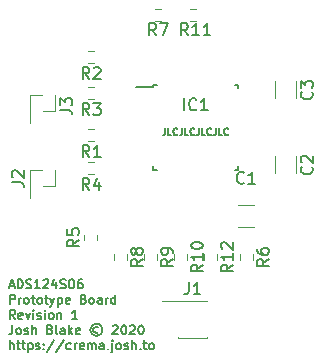
<source format=gbr>
%TF.GenerationSoftware,KiCad,Pcbnew,(5.1.7-0-10_14)*%
%TF.CreationDate,2020-11-25T20:53:36+11:00*%
%TF.ProjectId,CREMAv2,4352454d-4176-4322-9e6b-696361645f70,rev?*%
%TF.SameCoordinates,Original*%
%TF.FileFunction,Legend,Top*%
%TF.FilePolarity,Positive*%
%FSLAX46Y46*%
G04 Gerber Fmt 4.6, Leading zero omitted, Abs format (unit mm)*
G04 Created by KiCad (PCBNEW (5.1.7-0-10_14)) date 2020-11-25 20:53:36*
%MOMM*%
%LPD*%
G01*
G04 APERTURE LIST*
%ADD10C,0.127000*%
%ADD11C,0.150000*%
%ADD12C,0.120000*%
%ADD13R,0.600000X1.750000*%
%ADD14R,2.000000X0.500000*%
%ADD15R,0.550000X1.600000*%
%ADD16R,1.600000X0.550000*%
G04 APERTURE END LIST*
D10*
X124418876Y-80719990D02*
X124418876Y-81119133D01*
X124392266Y-81198961D01*
X124339047Y-81252180D01*
X124259219Y-81278790D01*
X124206000Y-81278790D01*
X124951066Y-81278790D02*
X124684971Y-81278790D01*
X124684971Y-80719990D01*
X125456647Y-81225571D02*
X125430038Y-81252180D01*
X125350209Y-81278790D01*
X125296990Y-81278790D01*
X125217161Y-81252180D01*
X125163942Y-81198961D01*
X125137333Y-81145742D01*
X125110723Y-81039304D01*
X125110723Y-80959476D01*
X125137333Y-80853038D01*
X125163942Y-80799819D01*
X125217161Y-80746600D01*
X125296990Y-80719990D01*
X125350209Y-80719990D01*
X125430038Y-80746600D01*
X125456647Y-80773209D01*
X125855790Y-80719990D02*
X125855790Y-81119133D01*
X125829180Y-81198961D01*
X125775961Y-81252180D01*
X125696133Y-81278790D01*
X125642914Y-81278790D01*
X126387980Y-81278790D02*
X126121885Y-81278790D01*
X126121885Y-80719990D01*
X126893561Y-81225571D02*
X126866952Y-81252180D01*
X126787123Y-81278790D01*
X126733904Y-81278790D01*
X126654076Y-81252180D01*
X126600857Y-81198961D01*
X126574247Y-81145742D01*
X126547638Y-81039304D01*
X126547638Y-80959476D01*
X126574247Y-80853038D01*
X126600857Y-80799819D01*
X126654076Y-80746600D01*
X126733904Y-80719990D01*
X126787123Y-80719990D01*
X126866952Y-80746600D01*
X126893561Y-80773209D01*
X127292704Y-80719990D02*
X127292704Y-81119133D01*
X127266095Y-81198961D01*
X127212876Y-81252180D01*
X127133047Y-81278790D01*
X127079828Y-81278790D01*
X127824895Y-81278790D02*
X127558800Y-81278790D01*
X127558800Y-80719990D01*
X128330476Y-81225571D02*
X128303866Y-81252180D01*
X128224038Y-81278790D01*
X128170819Y-81278790D01*
X128090990Y-81252180D01*
X128037771Y-81198961D01*
X128011161Y-81145742D01*
X127984552Y-81039304D01*
X127984552Y-80959476D01*
X128011161Y-80853038D01*
X128037771Y-80799819D01*
X128090990Y-80746600D01*
X128170819Y-80719990D01*
X128224038Y-80719990D01*
X128303866Y-80746600D01*
X128330476Y-80773209D01*
X128729619Y-80719990D02*
X128729619Y-81119133D01*
X128703009Y-81198961D01*
X128649790Y-81252180D01*
X128569961Y-81278790D01*
X128516742Y-81278790D01*
X129261809Y-81278790D02*
X128995714Y-81278790D01*
X128995714Y-80719990D01*
X129767390Y-81225571D02*
X129740780Y-81252180D01*
X129660952Y-81278790D01*
X129607733Y-81278790D01*
X129527904Y-81252180D01*
X129474685Y-81198961D01*
X129448076Y-81145742D01*
X129421466Y-81039304D01*
X129421466Y-80959476D01*
X129448076Y-80853038D01*
X129474685Y-80799819D01*
X129527904Y-80746600D01*
X129607733Y-80719990D01*
X129660952Y-80719990D01*
X129740780Y-80746600D01*
X129767390Y-80773209D01*
D11*
X111240642Y-94061000D02*
X111603500Y-94061000D01*
X111168071Y-94278714D02*
X111422071Y-93516714D01*
X111676071Y-94278714D01*
X111930071Y-94278714D02*
X111930071Y-93516714D01*
X112111500Y-93516714D01*
X112220357Y-93553000D01*
X112292928Y-93625571D01*
X112329214Y-93698142D01*
X112365500Y-93843285D01*
X112365500Y-93952142D01*
X112329214Y-94097285D01*
X112292928Y-94169857D01*
X112220357Y-94242428D01*
X112111500Y-94278714D01*
X111930071Y-94278714D01*
X112655785Y-94242428D02*
X112764642Y-94278714D01*
X112946071Y-94278714D01*
X113018642Y-94242428D01*
X113054928Y-94206142D01*
X113091214Y-94133571D01*
X113091214Y-94061000D01*
X113054928Y-93988428D01*
X113018642Y-93952142D01*
X112946071Y-93915857D01*
X112800928Y-93879571D01*
X112728357Y-93843285D01*
X112692071Y-93807000D01*
X112655785Y-93734428D01*
X112655785Y-93661857D01*
X112692071Y-93589285D01*
X112728357Y-93553000D01*
X112800928Y-93516714D01*
X112982357Y-93516714D01*
X113091214Y-93553000D01*
X113816928Y-94278714D02*
X113381500Y-94278714D01*
X113599214Y-94278714D02*
X113599214Y-93516714D01*
X113526642Y-93625571D01*
X113454071Y-93698142D01*
X113381500Y-93734428D01*
X114107214Y-93589285D02*
X114143500Y-93553000D01*
X114216071Y-93516714D01*
X114397500Y-93516714D01*
X114470071Y-93553000D01*
X114506357Y-93589285D01*
X114542642Y-93661857D01*
X114542642Y-93734428D01*
X114506357Y-93843285D01*
X114070928Y-94278714D01*
X114542642Y-94278714D01*
X115195785Y-93770714D02*
X115195785Y-94278714D01*
X115014357Y-93480428D02*
X114832928Y-94024714D01*
X115304642Y-94024714D01*
X115558642Y-94242428D02*
X115667500Y-94278714D01*
X115848928Y-94278714D01*
X115921500Y-94242428D01*
X115957785Y-94206142D01*
X115994071Y-94133571D01*
X115994071Y-94061000D01*
X115957785Y-93988428D01*
X115921500Y-93952142D01*
X115848928Y-93915857D01*
X115703785Y-93879571D01*
X115631214Y-93843285D01*
X115594928Y-93807000D01*
X115558642Y-93734428D01*
X115558642Y-93661857D01*
X115594928Y-93589285D01*
X115631214Y-93553000D01*
X115703785Y-93516714D01*
X115885214Y-93516714D01*
X115994071Y-93553000D01*
X116465785Y-93516714D02*
X116538357Y-93516714D01*
X116610928Y-93553000D01*
X116647214Y-93589285D01*
X116683500Y-93661857D01*
X116719785Y-93807000D01*
X116719785Y-93988428D01*
X116683500Y-94133571D01*
X116647214Y-94206142D01*
X116610928Y-94242428D01*
X116538357Y-94278714D01*
X116465785Y-94278714D01*
X116393214Y-94242428D01*
X116356928Y-94206142D01*
X116320642Y-94133571D01*
X116284357Y-93988428D01*
X116284357Y-93807000D01*
X116320642Y-93661857D01*
X116356928Y-93589285D01*
X116393214Y-93553000D01*
X116465785Y-93516714D01*
X117372928Y-93516714D02*
X117227785Y-93516714D01*
X117155214Y-93553000D01*
X117118928Y-93589285D01*
X117046357Y-93698142D01*
X117010071Y-93843285D01*
X117010071Y-94133571D01*
X117046357Y-94206142D01*
X117082642Y-94242428D01*
X117155214Y-94278714D01*
X117300357Y-94278714D01*
X117372928Y-94242428D01*
X117409214Y-94206142D01*
X117445500Y-94133571D01*
X117445500Y-93952142D01*
X117409214Y-93879571D01*
X117372928Y-93843285D01*
X117300357Y-93807000D01*
X117155214Y-93807000D01*
X117082642Y-93843285D01*
X117046357Y-93879571D01*
X117010071Y-93952142D01*
X111276928Y-95571714D02*
X111276928Y-94809714D01*
X111567214Y-94809714D01*
X111639785Y-94846000D01*
X111676071Y-94882285D01*
X111712357Y-94954857D01*
X111712357Y-95063714D01*
X111676071Y-95136285D01*
X111639785Y-95172571D01*
X111567214Y-95208857D01*
X111276928Y-95208857D01*
X112038928Y-95571714D02*
X112038928Y-95063714D01*
X112038928Y-95208857D02*
X112075214Y-95136285D01*
X112111500Y-95100000D01*
X112184071Y-95063714D01*
X112256642Y-95063714D01*
X112619500Y-95571714D02*
X112546928Y-95535428D01*
X112510642Y-95499142D01*
X112474357Y-95426571D01*
X112474357Y-95208857D01*
X112510642Y-95136285D01*
X112546928Y-95100000D01*
X112619500Y-95063714D01*
X112728357Y-95063714D01*
X112800928Y-95100000D01*
X112837214Y-95136285D01*
X112873500Y-95208857D01*
X112873500Y-95426571D01*
X112837214Y-95499142D01*
X112800928Y-95535428D01*
X112728357Y-95571714D01*
X112619500Y-95571714D01*
X113091214Y-95063714D02*
X113381500Y-95063714D01*
X113200071Y-94809714D02*
X113200071Y-95462857D01*
X113236357Y-95535428D01*
X113308928Y-95571714D01*
X113381500Y-95571714D01*
X113744357Y-95571714D02*
X113671785Y-95535428D01*
X113635500Y-95499142D01*
X113599214Y-95426571D01*
X113599214Y-95208857D01*
X113635500Y-95136285D01*
X113671785Y-95100000D01*
X113744357Y-95063714D01*
X113853214Y-95063714D01*
X113925785Y-95100000D01*
X113962071Y-95136285D01*
X113998357Y-95208857D01*
X113998357Y-95426571D01*
X113962071Y-95499142D01*
X113925785Y-95535428D01*
X113853214Y-95571714D01*
X113744357Y-95571714D01*
X114216071Y-95063714D02*
X114506357Y-95063714D01*
X114324928Y-94809714D02*
X114324928Y-95462857D01*
X114361214Y-95535428D01*
X114433785Y-95571714D01*
X114506357Y-95571714D01*
X114687785Y-95063714D02*
X114869214Y-95571714D01*
X115050642Y-95063714D02*
X114869214Y-95571714D01*
X114796642Y-95753142D01*
X114760357Y-95789428D01*
X114687785Y-95825714D01*
X115340928Y-95063714D02*
X115340928Y-95825714D01*
X115340928Y-95100000D02*
X115413500Y-95063714D01*
X115558642Y-95063714D01*
X115631214Y-95100000D01*
X115667500Y-95136285D01*
X115703785Y-95208857D01*
X115703785Y-95426571D01*
X115667500Y-95499142D01*
X115631214Y-95535428D01*
X115558642Y-95571714D01*
X115413500Y-95571714D01*
X115340928Y-95535428D01*
X116320642Y-95535428D02*
X116248071Y-95571714D01*
X116102928Y-95571714D01*
X116030357Y-95535428D01*
X115994071Y-95462857D01*
X115994071Y-95172571D01*
X116030357Y-95100000D01*
X116102928Y-95063714D01*
X116248071Y-95063714D01*
X116320642Y-95100000D01*
X116356928Y-95172571D01*
X116356928Y-95245142D01*
X115994071Y-95317714D01*
X117518071Y-95172571D02*
X117626928Y-95208857D01*
X117663214Y-95245142D01*
X117699500Y-95317714D01*
X117699500Y-95426571D01*
X117663214Y-95499142D01*
X117626928Y-95535428D01*
X117554357Y-95571714D01*
X117264071Y-95571714D01*
X117264071Y-94809714D01*
X117518071Y-94809714D01*
X117590642Y-94846000D01*
X117626928Y-94882285D01*
X117663214Y-94954857D01*
X117663214Y-95027428D01*
X117626928Y-95100000D01*
X117590642Y-95136285D01*
X117518071Y-95172571D01*
X117264071Y-95172571D01*
X118134928Y-95571714D02*
X118062357Y-95535428D01*
X118026071Y-95499142D01*
X117989785Y-95426571D01*
X117989785Y-95208857D01*
X118026071Y-95136285D01*
X118062357Y-95100000D01*
X118134928Y-95063714D01*
X118243785Y-95063714D01*
X118316357Y-95100000D01*
X118352642Y-95136285D01*
X118388928Y-95208857D01*
X118388928Y-95426571D01*
X118352642Y-95499142D01*
X118316357Y-95535428D01*
X118243785Y-95571714D01*
X118134928Y-95571714D01*
X119042071Y-95571714D02*
X119042071Y-95172571D01*
X119005785Y-95100000D01*
X118933214Y-95063714D01*
X118788071Y-95063714D01*
X118715500Y-95100000D01*
X119042071Y-95535428D02*
X118969500Y-95571714D01*
X118788071Y-95571714D01*
X118715500Y-95535428D01*
X118679214Y-95462857D01*
X118679214Y-95390285D01*
X118715500Y-95317714D01*
X118788071Y-95281428D01*
X118969500Y-95281428D01*
X119042071Y-95245142D01*
X119404928Y-95571714D02*
X119404928Y-95063714D01*
X119404928Y-95208857D02*
X119441214Y-95136285D01*
X119477500Y-95100000D01*
X119550071Y-95063714D01*
X119622642Y-95063714D01*
X120203214Y-95571714D02*
X120203214Y-94809714D01*
X120203214Y-95535428D02*
X120130642Y-95571714D01*
X119985500Y-95571714D01*
X119912928Y-95535428D01*
X119876642Y-95499142D01*
X119840357Y-95426571D01*
X119840357Y-95208857D01*
X119876642Y-95136285D01*
X119912928Y-95100000D01*
X119985500Y-95063714D01*
X120130642Y-95063714D01*
X120203214Y-95100000D01*
X111712357Y-96864714D02*
X111458357Y-96501857D01*
X111276928Y-96864714D02*
X111276928Y-96102714D01*
X111567214Y-96102714D01*
X111639785Y-96139000D01*
X111676071Y-96175285D01*
X111712357Y-96247857D01*
X111712357Y-96356714D01*
X111676071Y-96429285D01*
X111639785Y-96465571D01*
X111567214Y-96501857D01*
X111276928Y-96501857D01*
X112329214Y-96828428D02*
X112256642Y-96864714D01*
X112111500Y-96864714D01*
X112038928Y-96828428D01*
X112002642Y-96755857D01*
X112002642Y-96465571D01*
X112038928Y-96393000D01*
X112111500Y-96356714D01*
X112256642Y-96356714D01*
X112329214Y-96393000D01*
X112365500Y-96465571D01*
X112365500Y-96538142D01*
X112002642Y-96610714D01*
X112619500Y-96356714D02*
X112800928Y-96864714D01*
X112982357Y-96356714D01*
X113272642Y-96864714D02*
X113272642Y-96356714D01*
X113272642Y-96102714D02*
X113236357Y-96139000D01*
X113272642Y-96175285D01*
X113308928Y-96139000D01*
X113272642Y-96102714D01*
X113272642Y-96175285D01*
X113599214Y-96828428D02*
X113671785Y-96864714D01*
X113816928Y-96864714D01*
X113889500Y-96828428D01*
X113925785Y-96755857D01*
X113925785Y-96719571D01*
X113889500Y-96647000D01*
X113816928Y-96610714D01*
X113708071Y-96610714D01*
X113635500Y-96574428D01*
X113599214Y-96501857D01*
X113599214Y-96465571D01*
X113635500Y-96393000D01*
X113708071Y-96356714D01*
X113816928Y-96356714D01*
X113889500Y-96393000D01*
X114252357Y-96864714D02*
X114252357Y-96356714D01*
X114252357Y-96102714D02*
X114216071Y-96139000D01*
X114252357Y-96175285D01*
X114288642Y-96139000D01*
X114252357Y-96102714D01*
X114252357Y-96175285D01*
X114724071Y-96864714D02*
X114651500Y-96828428D01*
X114615214Y-96792142D01*
X114578928Y-96719571D01*
X114578928Y-96501857D01*
X114615214Y-96429285D01*
X114651500Y-96393000D01*
X114724071Y-96356714D01*
X114832928Y-96356714D01*
X114905500Y-96393000D01*
X114941785Y-96429285D01*
X114978071Y-96501857D01*
X114978071Y-96719571D01*
X114941785Y-96792142D01*
X114905500Y-96828428D01*
X114832928Y-96864714D01*
X114724071Y-96864714D01*
X115304642Y-96356714D02*
X115304642Y-96864714D01*
X115304642Y-96429285D02*
X115340928Y-96393000D01*
X115413500Y-96356714D01*
X115522357Y-96356714D01*
X115594928Y-96393000D01*
X115631214Y-96465571D01*
X115631214Y-96864714D01*
X116973785Y-96864714D02*
X116538357Y-96864714D01*
X116756071Y-96864714D02*
X116756071Y-96102714D01*
X116683500Y-96211571D01*
X116610928Y-96284142D01*
X116538357Y-96320428D01*
X111494642Y-97395714D02*
X111494642Y-97940000D01*
X111458357Y-98048857D01*
X111385785Y-98121428D01*
X111276928Y-98157714D01*
X111204357Y-98157714D01*
X111966357Y-98157714D02*
X111893785Y-98121428D01*
X111857500Y-98085142D01*
X111821214Y-98012571D01*
X111821214Y-97794857D01*
X111857500Y-97722285D01*
X111893785Y-97686000D01*
X111966357Y-97649714D01*
X112075214Y-97649714D01*
X112147785Y-97686000D01*
X112184071Y-97722285D01*
X112220357Y-97794857D01*
X112220357Y-98012571D01*
X112184071Y-98085142D01*
X112147785Y-98121428D01*
X112075214Y-98157714D01*
X111966357Y-98157714D01*
X112510642Y-98121428D02*
X112583214Y-98157714D01*
X112728357Y-98157714D01*
X112800928Y-98121428D01*
X112837214Y-98048857D01*
X112837214Y-98012571D01*
X112800928Y-97940000D01*
X112728357Y-97903714D01*
X112619500Y-97903714D01*
X112546928Y-97867428D01*
X112510642Y-97794857D01*
X112510642Y-97758571D01*
X112546928Y-97686000D01*
X112619500Y-97649714D01*
X112728357Y-97649714D01*
X112800928Y-97686000D01*
X113163785Y-98157714D02*
X113163785Y-97395714D01*
X113490357Y-98157714D02*
X113490357Y-97758571D01*
X113454071Y-97686000D01*
X113381500Y-97649714D01*
X113272642Y-97649714D01*
X113200071Y-97686000D01*
X113163785Y-97722285D01*
X114687785Y-97758571D02*
X114796642Y-97794857D01*
X114832928Y-97831142D01*
X114869214Y-97903714D01*
X114869214Y-98012571D01*
X114832928Y-98085142D01*
X114796642Y-98121428D01*
X114724071Y-98157714D01*
X114433785Y-98157714D01*
X114433785Y-97395714D01*
X114687785Y-97395714D01*
X114760357Y-97432000D01*
X114796642Y-97468285D01*
X114832928Y-97540857D01*
X114832928Y-97613428D01*
X114796642Y-97686000D01*
X114760357Y-97722285D01*
X114687785Y-97758571D01*
X114433785Y-97758571D01*
X115304642Y-98157714D02*
X115232071Y-98121428D01*
X115195785Y-98048857D01*
X115195785Y-97395714D01*
X115921500Y-98157714D02*
X115921500Y-97758571D01*
X115885214Y-97686000D01*
X115812642Y-97649714D01*
X115667500Y-97649714D01*
X115594928Y-97686000D01*
X115921500Y-98121428D02*
X115848928Y-98157714D01*
X115667500Y-98157714D01*
X115594928Y-98121428D01*
X115558642Y-98048857D01*
X115558642Y-97976285D01*
X115594928Y-97903714D01*
X115667500Y-97867428D01*
X115848928Y-97867428D01*
X115921500Y-97831142D01*
X116284357Y-98157714D02*
X116284357Y-97395714D01*
X116356928Y-97867428D02*
X116574642Y-98157714D01*
X116574642Y-97649714D02*
X116284357Y-97940000D01*
X117191500Y-98121428D02*
X117118928Y-98157714D01*
X116973785Y-98157714D01*
X116901214Y-98121428D01*
X116864928Y-98048857D01*
X116864928Y-97758571D01*
X116901214Y-97686000D01*
X116973785Y-97649714D01*
X117118928Y-97649714D01*
X117191500Y-97686000D01*
X117227785Y-97758571D01*
X117227785Y-97831142D01*
X116864928Y-97903714D01*
X118751785Y-97577142D02*
X118679214Y-97540857D01*
X118534071Y-97540857D01*
X118461500Y-97577142D01*
X118388928Y-97649714D01*
X118352642Y-97722285D01*
X118352642Y-97867428D01*
X118388928Y-97940000D01*
X118461500Y-98012571D01*
X118534071Y-98048857D01*
X118679214Y-98048857D01*
X118751785Y-98012571D01*
X118606642Y-97286857D02*
X118425214Y-97323142D01*
X118243785Y-97432000D01*
X118134928Y-97613428D01*
X118098642Y-97794857D01*
X118134928Y-97976285D01*
X118243785Y-98157714D01*
X118425214Y-98266571D01*
X118606642Y-98302857D01*
X118788071Y-98266571D01*
X118969500Y-98157714D01*
X119078357Y-97976285D01*
X119114642Y-97794857D01*
X119078357Y-97613428D01*
X118969500Y-97432000D01*
X118788071Y-97323142D01*
X118606642Y-97286857D01*
X119985500Y-97468285D02*
X120021785Y-97432000D01*
X120094357Y-97395714D01*
X120275785Y-97395714D01*
X120348357Y-97432000D01*
X120384642Y-97468285D01*
X120420928Y-97540857D01*
X120420928Y-97613428D01*
X120384642Y-97722285D01*
X119949214Y-98157714D01*
X120420928Y-98157714D01*
X120892642Y-97395714D02*
X120965214Y-97395714D01*
X121037785Y-97432000D01*
X121074071Y-97468285D01*
X121110357Y-97540857D01*
X121146642Y-97686000D01*
X121146642Y-97867428D01*
X121110357Y-98012571D01*
X121074071Y-98085142D01*
X121037785Y-98121428D01*
X120965214Y-98157714D01*
X120892642Y-98157714D01*
X120820071Y-98121428D01*
X120783785Y-98085142D01*
X120747500Y-98012571D01*
X120711214Y-97867428D01*
X120711214Y-97686000D01*
X120747500Y-97540857D01*
X120783785Y-97468285D01*
X120820071Y-97432000D01*
X120892642Y-97395714D01*
X121436928Y-97468285D02*
X121473214Y-97432000D01*
X121545785Y-97395714D01*
X121727214Y-97395714D01*
X121799785Y-97432000D01*
X121836071Y-97468285D01*
X121872357Y-97540857D01*
X121872357Y-97613428D01*
X121836071Y-97722285D01*
X121400642Y-98157714D01*
X121872357Y-98157714D01*
X122344071Y-97395714D02*
X122416642Y-97395714D01*
X122489214Y-97432000D01*
X122525500Y-97468285D01*
X122561785Y-97540857D01*
X122598071Y-97686000D01*
X122598071Y-97867428D01*
X122561785Y-98012571D01*
X122525500Y-98085142D01*
X122489214Y-98121428D01*
X122416642Y-98157714D01*
X122344071Y-98157714D01*
X122271500Y-98121428D01*
X122235214Y-98085142D01*
X122198928Y-98012571D01*
X122162642Y-97867428D01*
X122162642Y-97686000D01*
X122198928Y-97540857D01*
X122235214Y-97468285D01*
X122271500Y-97432000D01*
X122344071Y-97395714D01*
X111276928Y-99450714D02*
X111276928Y-98688714D01*
X111603500Y-99450714D02*
X111603500Y-99051571D01*
X111567214Y-98979000D01*
X111494642Y-98942714D01*
X111385785Y-98942714D01*
X111313214Y-98979000D01*
X111276928Y-99015285D01*
X111857500Y-98942714D02*
X112147785Y-98942714D01*
X111966357Y-98688714D02*
X111966357Y-99341857D01*
X112002642Y-99414428D01*
X112075214Y-99450714D01*
X112147785Y-99450714D01*
X112292928Y-98942714D02*
X112583214Y-98942714D01*
X112401785Y-98688714D02*
X112401785Y-99341857D01*
X112438071Y-99414428D01*
X112510642Y-99450714D01*
X112583214Y-99450714D01*
X112837214Y-98942714D02*
X112837214Y-99704714D01*
X112837214Y-98979000D02*
X112909785Y-98942714D01*
X113054928Y-98942714D01*
X113127500Y-98979000D01*
X113163785Y-99015285D01*
X113200071Y-99087857D01*
X113200071Y-99305571D01*
X113163785Y-99378142D01*
X113127500Y-99414428D01*
X113054928Y-99450714D01*
X112909785Y-99450714D01*
X112837214Y-99414428D01*
X113490357Y-99414428D02*
X113562928Y-99450714D01*
X113708071Y-99450714D01*
X113780642Y-99414428D01*
X113816928Y-99341857D01*
X113816928Y-99305571D01*
X113780642Y-99233000D01*
X113708071Y-99196714D01*
X113599214Y-99196714D01*
X113526642Y-99160428D01*
X113490357Y-99087857D01*
X113490357Y-99051571D01*
X113526642Y-98979000D01*
X113599214Y-98942714D01*
X113708071Y-98942714D01*
X113780642Y-98979000D01*
X114143500Y-99378142D02*
X114179785Y-99414428D01*
X114143500Y-99450714D01*
X114107214Y-99414428D01*
X114143500Y-99378142D01*
X114143500Y-99450714D01*
X114143500Y-98979000D02*
X114179785Y-99015285D01*
X114143500Y-99051571D01*
X114107214Y-99015285D01*
X114143500Y-98979000D01*
X114143500Y-99051571D01*
X115050642Y-98652428D02*
X114397500Y-99632142D01*
X115848928Y-98652428D02*
X115195785Y-99632142D01*
X116429500Y-99414428D02*
X116356928Y-99450714D01*
X116211785Y-99450714D01*
X116139214Y-99414428D01*
X116102928Y-99378142D01*
X116066642Y-99305571D01*
X116066642Y-99087857D01*
X116102928Y-99015285D01*
X116139214Y-98979000D01*
X116211785Y-98942714D01*
X116356928Y-98942714D01*
X116429500Y-98979000D01*
X116756071Y-99450714D02*
X116756071Y-98942714D01*
X116756071Y-99087857D02*
X116792357Y-99015285D01*
X116828642Y-98979000D01*
X116901214Y-98942714D01*
X116973785Y-98942714D01*
X117518071Y-99414428D02*
X117445500Y-99450714D01*
X117300357Y-99450714D01*
X117227785Y-99414428D01*
X117191500Y-99341857D01*
X117191500Y-99051571D01*
X117227785Y-98979000D01*
X117300357Y-98942714D01*
X117445500Y-98942714D01*
X117518071Y-98979000D01*
X117554357Y-99051571D01*
X117554357Y-99124142D01*
X117191500Y-99196714D01*
X117880928Y-99450714D02*
X117880928Y-98942714D01*
X117880928Y-99015285D02*
X117917214Y-98979000D01*
X117989785Y-98942714D01*
X118098642Y-98942714D01*
X118171214Y-98979000D01*
X118207500Y-99051571D01*
X118207500Y-99450714D01*
X118207500Y-99051571D02*
X118243785Y-98979000D01*
X118316357Y-98942714D01*
X118425214Y-98942714D01*
X118497785Y-98979000D01*
X118534071Y-99051571D01*
X118534071Y-99450714D01*
X119223500Y-99450714D02*
X119223500Y-99051571D01*
X119187214Y-98979000D01*
X119114642Y-98942714D01*
X118969500Y-98942714D01*
X118896928Y-98979000D01*
X119223500Y-99414428D02*
X119150928Y-99450714D01*
X118969500Y-99450714D01*
X118896928Y-99414428D01*
X118860642Y-99341857D01*
X118860642Y-99269285D01*
X118896928Y-99196714D01*
X118969500Y-99160428D01*
X119150928Y-99160428D01*
X119223500Y-99124142D01*
X119586357Y-99378142D02*
X119622642Y-99414428D01*
X119586357Y-99450714D01*
X119550071Y-99414428D01*
X119586357Y-99378142D01*
X119586357Y-99450714D01*
X119949214Y-98942714D02*
X119949214Y-99595857D01*
X119912928Y-99668428D01*
X119840357Y-99704714D01*
X119804071Y-99704714D01*
X119949214Y-98688714D02*
X119912928Y-98725000D01*
X119949214Y-98761285D01*
X119985500Y-98725000D01*
X119949214Y-98688714D01*
X119949214Y-98761285D01*
X120420928Y-99450714D02*
X120348357Y-99414428D01*
X120312071Y-99378142D01*
X120275785Y-99305571D01*
X120275785Y-99087857D01*
X120312071Y-99015285D01*
X120348357Y-98979000D01*
X120420928Y-98942714D01*
X120529785Y-98942714D01*
X120602357Y-98979000D01*
X120638642Y-99015285D01*
X120674928Y-99087857D01*
X120674928Y-99305571D01*
X120638642Y-99378142D01*
X120602357Y-99414428D01*
X120529785Y-99450714D01*
X120420928Y-99450714D01*
X120965214Y-99414428D02*
X121037785Y-99450714D01*
X121182928Y-99450714D01*
X121255500Y-99414428D01*
X121291785Y-99341857D01*
X121291785Y-99305571D01*
X121255500Y-99233000D01*
X121182928Y-99196714D01*
X121074071Y-99196714D01*
X121001500Y-99160428D01*
X120965214Y-99087857D01*
X120965214Y-99051571D01*
X121001500Y-98979000D01*
X121074071Y-98942714D01*
X121182928Y-98942714D01*
X121255500Y-98979000D01*
X121618357Y-99450714D02*
X121618357Y-98688714D01*
X121944928Y-99450714D02*
X121944928Y-99051571D01*
X121908642Y-98979000D01*
X121836071Y-98942714D01*
X121727214Y-98942714D01*
X121654642Y-98979000D01*
X121618357Y-99015285D01*
X122307785Y-99378142D02*
X122344071Y-99414428D01*
X122307785Y-99450714D01*
X122271500Y-99414428D01*
X122307785Y-99378142D01*
X122307785Y-99450714D01*
X122561785Y-98942714D02*
X122852071Y-98942714D01*
X122670642Y-98688714D02*
X122670642Y-99341857D01*
X122706928Y-99414428D01*
X122779500Y-99450714D01*
X122852071Y-99450714D01*
X123214928Y-99450714D02*
X123142357Y-99414428D01*
X123106071Y-99378142D01*
X123069785Y-99305571D01*
X123069785Y-99087857D01*
X123106071Y-99015285D01*
X123142357Y-98979000D01*
X123214928Y-98942714D01*
X123323785Y-98942714D01*
X123396357Y-98979000D01*
X123432642Y-99015285D01*
X123468928Y-99087857D01*
X123468928Y-99305571D01*
X123432642Y-99378142D01*
X123396357Y-99414428D01*
X123323785Y-99450714D01*
X123214928Y-99450714D01*
D12*
%TO.C,R12*%
X128792500Y-91392742D02*
X128792500Y-91867258D01*
X127747500Y-91392742D02*
X127747500Y-91867258D01*
%TO.C,R11*%
X127047258Y-71642500D02*
X126572742Y-71642500D01*
X127047258Y-70597500D02*
X126572742Y-70597500D01*
%TO.C,R10*%
X126252500Y-91392742D02*
X126252500Y-91867258D01*
X125207500Y-91392742D02*
X125207500Y-91867258D01*
%TO.C,R9*%
X123712500Y-91392742D02*
X123712500Y-91867258D01*
X122667500Y-91392742D02*
X122667500Y-91867258D01*
%TO.C,R8*%
X121172500Y-91392742D02*
X121172500Y-91867258D01*
X120127500Y-91392742D02*
X120127500Y-91867258D01*
%TO.C,R7*%
X124062258Y-71642500D02*
X123587742Y-71642500D01*
X124062258Y-70597500D02*
X123587742Y-70597500D01*
%TO.C,R6*%
X131840500Y-91393742D02*
X131840500Y-91868258D01*
X130795500Y-91393742D02*
X130795500Y-91868258D01*
%TO.C,R5*%
X117587500Y-90217258D02*
X117587500Y-89742742D01*
X118632500Y-90217258D02*
X118632500Y-89742742D01*
%TO.C,R4*%
X118410258Y-84596500D02*
X117935742Y-84596500D01*
X118410258Y-83551500D02*
X117935742Y-83551500D01*
%TO.C,R3*%
X118410258Y-78246500D02*
X117935742Y-78246500D01*
X118410258Y-77201500D02*
X117935742Y-77201500D01*
%TO.C,R2*%
X118410258Y-75198500D02*
X117935742Y-75198500D01*
X118410258Y-74153500D02*
X117935742Y-74153500D01*
%TO.C,R1*%
X118410258Y-81802500D02*
X117935742Y-81802500D01*
X118410258Y-80757500D02*
X117935742Y-80757500D01*
%TO.C,J3*%
X112994000Y-79294000D02*
X112994000Y-77904000D01*
X115114000Y-79294000D02*
X115114000Y-77904000D01*
X112994000Y-79294000D02*
X112994000Y-80289000D01*
X112994000Y-79294000D02*
X112994000Y-79294000D01*
X115114000Y-77904000D02*
X115114000Y-77904000D01*
X112994000Y-77904000D02*
X113994000Y-77904000D01*
X114114000Y-79294000D02*
X115114000Y-79294000D01*
%TO.C,J2*%
X112994000Y-85644000D02*
X112994000Y-84254000D01*
X115114000Y-85644000D02*
X115114000Y-84254000D01*
X112994000Y-85644000D02*
X112994000Y-86639000D01*
X112994000Y-85644000D02*
X112994000Y-85644000D01*
X115114000Y-84254000D02*
X115114000Y-84254000D01*
X112994000Y-84254000D02*
X113994000Y-84254000D01*
X114114000Y-85644000D02*
X115114000Y-85644000D01*
%TO.C,J1*%
X125535000Y-95325000D02*
X127955000Y-95325000D01*
X125535000Y-98445000D02*
X127955000Y-98445000D01*
X124155000Y-95375000D02*
X125535000Y-95375000D01*
X125535000Y-95325000D02*
X125535000Y-95375000D01*
X127955000Y-95325000D02*
X127955000Y-95375000D01*
X125535000Y-98395000D02*
X125535000Y-98445000D01*
X127955000Y-98395000D02*
X127955000Y-98445000D01*
D11*
%TO.C,IC1*%
X123375000Y-77020000D02*
X123375000Y-77245000D01*
X130625000Y-77020000D02*
X130625000Y-77345000D01*
X130625000Y-84270000D02*
X130625000Y-83945000D01*
X123375000Y-84270000D02*
X123375000Y-83945000D01*
X123375000Y-77020000D02*
X123700000Y-77020000D01*
X123375000Y-84270000D02*
X123700000Y-84270000D01*
X130625000Y-84270000D02*
X130300000Y-84270000D01*
X130625000Y-77020000D02*
X130300000Y-77020000D01*
X123375000Y-77245000D02*
X121950000Y-77245000D01*
D12*
%TO.C,C3*%
X135530000Y-76758748D02*
X135530000Y-78181252D01*
X133710000Y-76758748D02*
X133710000Y-78181252D01*
%TO.C,C2*%
X135530000Y-83108748D02*
X135530000Y-84531252D01*
X133710000Y-83108748D02*
X133710000Y-84531252D01*
%TO.C,C1*%
X131980252Y-89048000D02*
X130557748Y-89048000D01*
X131980252Y-87228000D02*
X130557748Y-87228000D01*
%TO.C,R12*%
D11*
X130152380Y-92272857D02*
X129676190Y-92606190D01*
X130152380Y-92844285D02*
X129152380Y-92844285D01*
X129152380Y-92463333D01*
X129200000Y-92368095D01*
X129247619Y-92320476D01*
X129342857Y-92272857D01*
X129485714Y-92272857D01*
X129580952Y-92320476D01*
X129628571Y-92368095D01*
X129676190Y-92463333D01*
X129676190Y-92844285D01*
X130152380Y-91320476D02*
X130152380Y-91891904D01*
X130152380Y-91606190D02*
X129152380Y-91606190D01*
X129295238Y-91701428D01*
X129390476Y-91796666D01*
X129438095Y-91891904D01*
X129247619Y-90939523D02*
X129200000Y-90891904D01*
X129152380Y-90796666D01*
X129152380Y-90558571D01*
X129200000Y-90463333D01*
X129247619Y-90415714D01*
X129342857Y-90368095D01*
X129438095Y-90368095D01*
X129580952Y-90415714D01*
X130152380Y-90987142D01*
X130152380Y-90368095D01*
%TO.C,R11*%
X126357142Y-72842380D02*
X126023809Y-72366190D01*
X125785714Y-72842380D02*
X125785714Y-71842380D01*
X126166666Y-71842380D01*
X126261904Y-71890000D01*
X126309523Y-71937619D01*
X126357142Y-72032857D01*
X126357142Y-72175714D01*
X126309523Y-72270952D01*
X126261904Y-72318571D01*
X126166666Y-72366190D01*
X125785714Y-72366190D01*
X127309523Y-72842380D02*
X126738095Y-72842380D01*
X127023809Y-72842380D02*
X127023809Y-71842380D01*
X126928571Y-71985238D01*
X126833333Y-72080476D01*
X126738095Y-72128095D01*
X128261904Y-72842380D02*
X127690476Y-72842380D01*
X127976190Y-72842380D02*
X127976190Y-71842380D01*
X127880952Y-71985238D01*
X127785714Y-72080476D01*
X127690476Y-72128095D01*
%TO.C,R10*%
X127612380Y-92272857D02*
X127136190Y-92606190D01*
X127612380Y-92844285D02*
X126612380Y-92844285D01*
X126612380Y-92463333D01*
X126660000Y-92368095D01*
X126707619Y-92320476D01*
X126802857Y-92272857D01*
X126945714Y-92272857D01*
X127040952Y-92320476D01*
X127088571Y-92368095D01*
X127136190Y-92463333D01*
X127136190Y-92844285D01*
X127612380Y-91320476D02*
X127612380Y-91891904D01*
X127612380Y-91606190D02*
X126612380Y-91606190D01*
X126755238Y-91701428D01*
X126850476Y-91796666D01*
X126898095Y-91891904D01*
X126612380Y-90701428D02*
X126612380Y-90606190D01*
X126660000Y-90510952D01*
X126707619Y-90463333D01*
X126802857Y-90415714D01*
X126993333Y-90368095D01*
X127231428Y-90368095D01*
X127421904Y-90415714D01*
X127517142Y-90463333D01*
X127564761Y-90510952D01*
X127612380Y-90606190D01*
X127612380Y-90701428D01*
X127564761Y-90796666D01*
X127517142Y-90844285D01*
X127421904Y-90891904D01*
X127231428Y-90939523D01*
X126993333Y-90939523D01*
X126802857Y-90891904D01*
X126707619Y-90844285D01*
X126660000Y-90796666D01*
X126612380Y-90701428D01*
%TO.C,R9*%
X125072380Y-91796666D02*
X124596190Y-92130000D01*
X125072380Y-92368095D02*
X124072380Y-92368095D01*
X124072380Y-91987142D01*
X124120000Y-91891904D01*
X124167619Y-91844285D01*
X124262857Y-91796666D01*
X124405714Y-91796666D01*
X124500952Y-91844285D01*
X124548571Y-91891904D01*
X124596190Y-91987142D01*
X124596190Y-92368095D01*
X125072380Y-91320476D02*
X125072380Y-91130000D01*
X125024761Y-91034761D01*
X124977142Y-90987142D01*
X124834285Y-90891904D01*
X124643809Y-90844285D01*
X124262857Y-90844285D01*
X124167619Y-90891904D01*
X124120000Y-90939523D01*
X124072380Y-91034761D01*
X124072380Y-91225238D01*
X124120000Y-91320476D01*
X124167619Y-91368095D01*
X124262857Y-91415714D01*
X124500952Y-91415714D01*
X124596190Y-91368095D01*
X124643809Y-91320476D01*
X124691428Y-91225238D01*
X124691428Y-91034761D01*
X124643809Y-90939523D01*
X124596190Y-90891904D01*
X124500952Y-90844285D01*
%TO.C,R8*%
X122532380Y-91796666D02*
X122056190Y-92130000D01*
X122532380Y-92368095D02*
X121532380Y-92368095D01*
X121532380Y-91987142D01*
X121580000Y-91891904D01*
X121627619Y-91844285D01*
X121722857Y-91796666D01*
X121865714Y-91796666D01*
X121960952Y-91844285D01*
X122008571Y-91891904D01*
X122056190Y-91987142D01*
X122056190Y-92368095D01*
X121960952Y-91225238D02*
X121913333Y-91320476D01*
X121865714Y-91368095D01*
X121770476Y-91415714D01*
X121722857Y-91415714D01*
X121627619Y-91368095D01*
X121580000Y-91320476D01*
X121532380Y-91225238D01*
X121532380Y-91034761D01*
X121580000Y-90939523D01*
X121627619Y-90891904D01*
X121722857Y-90844285D01*
X121770476Y-90844285D01*
X121865714Y-90891904D01*
X121913333Y-90939523D01*
X121960952Y-91034761D01*
X121960952Y-91225238D01*
X122008571Y-91320476D01*
X122056190Y-91368095D01*
X122151428Y-91415714D01*
X122341904Y-91415714D01*
X122437142Y-91368095D01*
X122484761Y-91320476D01*
X122532380Y-91225238D01*
X122532380Y-91034761D01*
X122484761Y-90939523D01*
X122437142Y-90891904D01*
X122341904Y-90844285D01*
X122151428Y-90844285D01*
X122056190Y-90891904D01*
X122008571Y-90939523D01*
X121960952Y-91034761D01*
%TO.C,R7*%
X123658333Y-72842380D02*
X123325000Y-72366190D01*
X123086904Y-72842380D02*
X123086904Y-71842380D01*
X123467857Y-71842380D01*
X123563095Y-71890000D01*
X123610714Y-71937619D01*
X123658333Y-72032857D01*
X123658333Y-72175714D01*
X123610714Y-72270952D01*
X123563095Y-72318571D01*
X123467857Y-72366190D01*
X123086904Y-72366190D01*
X123991666Y-71842380D02*
X124658333Y-71842380D01*
X124229761Y-72842380D01*
%TO.C,R6*%
X133200380Y-91797666D02*
X132724190Y-92131000D01*
X133200380Y-92369095D02*
X132200380Y-92369095D01*
X132200380Y-91988142D01*
X132248000Y-91892904D01*
X132295619Y-91845285D01*
X132390857Y-91797666D01*
X132533714Y-91797666D01*
X132628952Y-91845285D01*
X132676571Y-91892904D01*
X132724190Y-91988142D01*
X132724190Y-92369095D01*
X132200380Y-90940523D02*
X132200380Y-91131000D01*
X132248000Y-91226238D01*
X132295619Y-91273857D01*
X132438476Y-91369095D01*
X132628952Y-91416714D01*
X133009904Y-91416714D01*
X133105142Y-91369095D01*
X133152761Y-91321476D01*
X133200380Y-91226238D01*
X133200380Y-91035761D01*
X133152761Y-90940523D01*
X133105142Y-90892904D01*
X133009904Y-90845285D01*
X132771809Y-90845285D01*
X132676571Y-90892904D01*
X132628952Y-90940523D01*
X132581333Y-91035761D01*
X132581333Y-91226238D01*
X132628952Y-91321476D01*
X132676571Y-91369095D01*
X132771809Y-91416714D01*
%TO.C,R5*%
X117132380Y-90146666D02*
X116656190Y-90480000D01*
X117132380Y-90718095D02*
X116132380Y-90718095D01*
X116132380Y-90337142D01*
X116180000Y-90241904D01*
X116227619Y-90194285D01*
X116322857Y-90146666D01*
X116465714Y-90146666D01*
X116560952Y-90194285D01*
X116608571Y-90241904D01*
X116656190Y-90337142D01*
X116656190Y-90718095D01*
X116132380Y-89241904D02*
X116132380Y-89718095D01*
X116608571Y-89765714D01*
X116560952Y-89718095D01*
X116513333Y-89622857D01*
X116513333Y-89384761D01*
X116560952Y-89289523D01*
X116608571Y-89241904D01*
X116703809Y-89194285D01*
X116941904Y-89194285D01*
X117037142Y-89241904D01*
X117084761Y-89289523D01*
X117132380Y-89384761D01*
X117132380Y-89622857D01*
X117084761Y-89718095D01*
X117037142Y-89765714D01*
%TO.C,R4*%
X118006333Y-85956380D02*
X117673000Y-85480190D01*
X117434904Y-85956380D02*
X117434904Y-84956380D01*
X117815857Y-84956380D01*
X117911095Y-85004000D01*
X117958714Y-85051619D01*
X118006333Y-85146857D01*
X118006333Y-85289714D01*
X117958714Y-85384952D01*
X117911095Y-85432571D01*
X117815857Y-85480190D01*
X117434904Y-85480190D01*
X118863476Y-85289714D02*
X118863476Y-85956380D01*
X118625380Y-84908761D02*
X118387285Y-85623047D01*
X119006333Y-85623047D01*
%TO.C,R3*%
X118006333Y-79606380D02*
X117673000Y-79130190D01*
X117434904Y-79606380D02*
X117434904Y-78606380D01*
X117815857Y-78606380D01*
X117911095Y-78654000D01*
X117958714Y-78701619D01*
X118006333Y-78796857D01*
X118006333Y-78939714D01*
X117958714Y-79034952D01*
X117911095Y-79082571D01*
X117815857Y-79130190D01*
X117434904Y-79130190D01*
X118339666Y-78606380D02*
X118958714Y-78606380D01*
X118625380Y-78987333D01*
X118768238Y-78987333D01*
X118863476Y-79034952D01*
X118911095Y-79082571D01*
X118958714Y-79177809D01*
X118958714Y-79415904D01*
X118911095Y-79511142D01*
X118863476Y-79558761D01*
X118768238Y-79606380D01*
X118482523Y-79606380D01*
X118387285Y-79558761D01*
X118339666Y-79511142D01*
%TO.C,R2*%
X118006333Y-76558380D02*
X117673000Y-76082190D01*
X117434904Y-76558380D02*
X117434904Y-75558380D01*
X117815857Y-75558380D01*
X117911095Y-75606000D01*
X117958714Y-75653619D01*
X118006333Y-75748857D01*
X118006333Y-75891714D01*
X117958714Y-75986952D01*
X117911095Y-76034571D01*
X117815857Y-76082190D01*
X117434904Y-76082190D01*
X118387285Y-75653619D02*
X118434904Y-75606000D01*
X118530142Y-75558380D01*
X118768238Y-75558380D01*
X118863476Y-75606000D01*
X118911095Y-75653619D01*
X118958714Y-75748857D01*
X118958714Y-75844095D01*
X118911095Y-75986952D01*
X118339666Y-76558380D01*
X118958714Y-76558380D01*
%TO.C,R1*%
X118006333Y-83162380D02*
X117673000Y-82686190D01*
X117434904Y-83162380D02*
X117434904Y-82162380D01*
X117815857Y-82162380D01*
X117911095Y-82210000D01*
X117958714Y-82257619D01*
X118006333Y-82352857D01*
X118006333Y-82495714D01*
X117958714Y-82590952D01*
X117911095Y-82638571D01*
X117815857Y-82686190D01*
X117434904Y-82686190D01*
X118958714Y-83162380D02*
X118387285Y-83162380D01*
X118673000Y-83162380D02*
X118673000Y-82162380D01*
X118577761Y-82305238D01*
X118482523Y-82400476D01*
X118387285Y-82448095D01*
%TO.C,J3*%
X115546380Y-79172333D02*
X116260666Y-79172333D01*
X116403523Y-79219952D01*
X116498761Y-79315190D01*
X116546380Y-79458047D01*
X116546380Y-79553285D01*
X115546380Y-78791380D02*
X115546380Y-78172333D01*
X115927333Y-78505666D01*
X115927333Y-78362809D01*
X115974952Y-78267571D01*
X116022571Y-78219952D01*
X116117809Y-78172333D01*
X116355904Y-78172333D01*
X116451142Y-78219952D01*
X116498761Y-78267571D01*
X116546380Y-78362809D01*
X116546380Y-78648523D01*
X116498761Y-78743761D01*
X116451142Y-78791380D01*
%TO.C,J2*%
X111446380Y-85282333D02*
X112160666Y-85282333D01*
X112303523Y-85329952D01*
X112398761Y-85425190D01*
X112446380Y-85568047D01*
X112446380Y-85663285D01*
X111541619Y-84853761D02*
X111494000Y-84806142D01*
X111446380Y-84710904D01*
X111446380Y-84472809D01*
X111494000Y-84377571D01*
X111541619Y-84329952D01*
X111636857Y-84282333D01*
X111732095Y-84282333D01*
X111874952Y-84329952D01*
X112446380Y-84901380D01*
X112446380Y-84282333D01*
%TO.C,J1*%
X126411666Y-93777380D02*
X126411666Y-94491666D01*
X126364047Y-94634523D01*
X126268809Y-94729761D01*
X126125952Y-94777380D01*
X126030714Y-94777380D01*
X127411666Y-94777380D02*
X126840238Y-94777380D01*
X127125952Y-94777380D02*
X127125952Y-93777380D01*
X127030714Y-93920238D01*
X126935476Y-94015476D01*
X126840238Y-94063095D01*
%TO.C,IC1*%
X126023809Y-79192380D02*
X126023809Y-78192380D01*
X127071428Y-79097142D02*
X127023809Y-79144761D01*
X126880952Y-79192380D01*
X126785714Y-79192380D01*
X126642857Y-79144761D01*
X126547619Y-79049523D01*
X126500000Y-78954285D01*
X126452380Y-78763809D01*
X126452380Y-78620952D01*
X126500000Y-78430476D01*
X126547619Y-78335238D01*
X126642857Y-78240000D01*
X126785714Y-78192380D01*
X126880952Y-78192380D01*
X127023809Y-78240000D01*
X127071428Y-78287619D01*
X128023809Y-79192380D02*
X127452380Y-79192380D01*
X127738095Y-79192380D02*
X127738095Y-78192380D01*
X127642857Y-78335238D01*
X127547619Y-78430476D01*
X127452380Y-78478095D01*
%TO.C,C3*%
X136827142Y-77636666D02*
X136874761Y-77684285D01*
X136922380Y-77827142D01*
X136922380Y-77922380D01*
X136874761Y-78065238D01*
X136779523Y-78160476D01*
X136684285Y-78208095D01*
X136493809Y-78255714D01*
X136350952Y-78255714D01*
X136160476Y-78208095D01*
X136065238Y-78160476D01*
X135970000Y-78065238D01*
X135922380Y-77922380D01*
X135922380Y-77827142D01*
X135970000Y-77684285D01*
X136017619Y-77636666D01*
X135922380Y-77303333D02*
X135922380Y-76684285D01*
X136303333Y-77017619D01*
X136303333Y-76874761D01*
X136350952Y-76779523D01*
X136398571Y-76731904D01*
X136493809Y-76684285D01*
X136731904Y-76684285D01*
X136827142Y-76731904D01*
X136874761Y-76779523D01*
X136922380Y-76874761D01*
X136922380Y-77160476D01*
X136874761Y-77255714D01*
X136827142Y-77303333D01*
%TO.C,C2*%
X136827142Y-83986666D02*
X136874761Y-84034285D01*
X136922380Y-84177142D01*
X136922380Y-84272380D01*
X136874761Y-84415238D01*
X136779523Y-84510476D01*
X136684285Y-84558095D01*
X136493809Y-84605714D01*
X136350952Y-84605714D01*
X136160476Y-84558095D01*
X136065238Y-84510476D01*
X135970000Y-84415238D01*
X135922380Y-84272380D01*
X135922380Y-84177142D01*
X135970000Y-84034285D01*
X136017619Y-83986666D01*
X136017619Y-83605714D02*
X135970000Y-83558095D01*
X135922380Y-83462857D01*
X135922380Y-83224761D01*
X135970000Y-83129523D01*
X136017619Y-83081904D01*
X136112857Y-83034285D01*
X136208095Y-83034285D01*
X136350952Y-83081904D01*
X136922380Y-83653333D01*
X136922380Y-83034285D01*
%TO.C,C1*%
X131102333Y-85320142D02*
X131054714Y-85367761D01*
X130911857Y-85415380D01*
X130816619Y-85415380D01*
X130673761Y-85367761D01*
X130578523Y-85272523D01*
X130530904Y-85177285D01*
X130483285Y-84986809D01*
X130483285Y-84843952D01*
X130530904Y-84653476D01*
X130578523Y-84558238D01*
X130673761Y-84463000D01*
X130816619Y-84415380D01*
X130911857Y-84415380D01*
X131054714Y-84463000D01*
X131102333Y-84510619D01*
X132054714Y-85415380D02*
X131483285Y-85415380D01*
X131769000Y-85415380D02*
X131769000Y-84415380D01*
X131673761Y-84558238D01*
X131578523Y-84653476D01*
X131483285Y-84701095D01*
%TD*%
%LPC*%
%TO.C,R12*%
G36*
G01*
X127995000Y-92055000D02*
X128545000Y-92055000D01*
G75*
G02*
X128745000Y-92255000I0J-200000D01*
G01*
X128745000Y-92655000D01*
G75*
G02*
X128545000Y-92855000I-200000J0D01*
G01*
X127995000Y-92855000D01*
G75*
G02*
X127795000Y-92655000I0J200000D01*
G01*
X127795000Y-92255000D01*
G75*
G02*
X127995000Y-92055000I200000J0D01*
G01*
G37*
G36*
G01*
X127995000Y-90405000D02*
X128545000Y-90405000D01*
G75*
G02*
X128745000Y-90605000I0J-200000D01*
G01*
X128745000Y-91005000D01*
G75*
G02*
X128545000Y-91205000I-200000J0D01*
G01*
X127995000Y-91205000D01*
G75*
G02*
X127795000Y-91005000I0J200000D01*
G01*
X127795000Y-90605000D01*
G75*
G02*
X127995000Y-90405000I200000J0D01*
G01*
G37*
%TD*%
%TO.C,R11*%
G36*
G01*
X126385000Y-70845000D02*
X126385000Y-71395000D01*
G75*
G02*
X126185000Y-71595000I-200000J0D01*
G01*
X125785000Y-71595000D01*
G75*
G02*
X125585000Y-71395000I0J200000D01*
G01*
X125585000Y-70845000D01*
G75*
G02*
X125785000Y-70645000I200000J0D01*
G01*
X126185000Y-70645000D01*
G75*
G02*
X126385000Y-70845000I0J-200000D01*
G01*
G37*
G36*
G01*
X128035000Y-70845000D02*
X128035000Y-71395000D01*
G75*
G02*
X127835000Y-71595000I-200000J0D01*
G01*
X127435000Y-71595000D01*
G75*
G02*
X127235000Y-71395000I0J200000D01*
G01*
X127235000Y-70845000D01*
G75*
G02*
X127435000Y-70645000I200000J0D01*
G01*
X127835000Y-70645000D01*
G75*
G02*
X128035000Y-70845000I0J-200000D01*
G01*
G37*
%TD*%
%TO.C,R10*%
G36*
G01*
X125455000Y-92055000D02*
X126005000Y-92055000D01*
G75*
G02*
X126205000Y-92255000I0J-200000D01*
G01*
X126205000Y-92655000D01*
G75*
G02*
X126005000Y-92855000I-200000J0D01*
G01*
X125455000Y-92855000D01*
G75*
G02*
X125255000Y-92655000I0J200000D01*
G01*
X125255000Y-92255000D01*
G75*
G02*
X125455000Y-92055000I200000J0D01*
G01*
G37*
G36*
G01*
X125455000Y-90405000D02*
X126005000Y-90405000D01*
G75*
G02*
X126205000Y-90605000I0J-200000D01*
G01*
X126205000Y-91005000D01*
G75*
G02*
X126005000Y-91205000I-200000J0D01*
G01*
X125455000Y-91205000D01*
G75*
G02*
X125255000Y-91005000I0J200000D01*
G01*
X125255000Y-90605000D01*
G75*
G02*
X125455000Y-90405000I200000J0D01*
G01*
G37*
%TD*%
%TO.C,R9*%
G36*
G01*
X122915000Y-92055000D02*
X123465000Y-92055000D01*
G75*
G02*
X123665000Y-92255000I0J-200000D01*
G01*
X123665000Y-92655000D01*
G75*
G02*
X123465000Y-92855000I-200000J0D01*
G01*
X122915000Y-92855000D01*
G75*
G02*
X122715000Y-92655000I0J200000D01*
G01*
X122715000Y-92255000D01*
G75*
G02*
X122915000Y-92055000I200000J0D01*
G01*
G37*
G36*
G01*
X122915000Y-90405000D02*
X123465000Y-90405000D01*
G75*
G02*
X123665000Y-90605000I0J-200000D01*
G01*
X123665000Y-91005000D01*
G75*
G02*
X123465000Y-91205000I-200000J0D01*
G01*
X122915000Y-91205000D01*
G75*
G02*
X122715000Y-91005000I0J200000D01*
G01*
X122715000Y-90605000D01*
G75*
G02*
X122915000Y-90405000I200000J0D01*
G01*
G37*
%TD*%
%TO.C,R8*%
G36*
G01*
X120375000Y-92055000D02*
X120925000Y-92055000D01*
G75*
G02*
X121125000Y-92255000I0J-200000D01*
G01*
X121125000Y-92655000D01*
G75*
G02*
X120925000Y-92855000I-200000J0D01*
G01*
X120375000Y-92855000D01*
G75*
G02*
X120175000Y-92655000I0J200000D01*
G01*
X120175000Y-92255000D01*
G75*
G02*
X120375000Y-92055000I200000J0D01*
G01*
G37*
G36*
G01*
X120375000Y-90405000D02*
X120925000Y-90405000D01*
G75*
G02*
X121125000Y-90605000I0J-200000D01*
G01*
X121125000Y-91005000D01*
G75*
G02*
X120925000Y-91205000I-200000J0D01*
G01*
X120375000Y-91205000D01*
G75*
G02*
X120175000Y-91005000I0J200000D01*
G01*
X120175000Y-90605000D01*
G75*
G02*
X120375000Y-90405000I200000J0D01*
G01*
G37*
%TD*%
%TO.C,R7*%
G36*
G01*
X123400000Y-70845000D02*
X123400000Y-71395000D01*
G75*
G02*
X123200000Y-71595000I-200000J0D01*
G01*
X122800000Y-71595000D01*
G75*
G02*
X122600000Y-71395000I0J200000D01*
G01*
X122600000Y-70845000D01*
G75*
G02*
X122800000Y-70645000I200000J0D01*
G01*
X123200000Y-70645000D01*
G75*
G02*
X123400000Y-70845000I0J-200000D01*
G01*
G37*
G36*
G01*
X125050000Y-70845000D02*
X125050000Y-71395000D01*
G75*
G02*
X124850000Y-71595000I-200000J0D01*
G01*
X124450000Y-71595000D01*
G75*
G02*
X124250000Y-71395000I0J200000D01*
G01*
X124250000Y-70845000D01*
G75*
G02*
X124450000Y-70645000I200000J0D01*
G01*
X124850000Y-70645000D01*
G75*
G02*
X125050000Y-70845000I0J-200000D01*
G01*
G37*
%TD*%
%TO.C,R6*%
G36*
G01*
X131043000Y-92056000D02*
X131593000Y-92056000D01*
G75*
G02*
X131793000Y-92256000I0J-200000D01*
G01*
X131793000Y-92656000D01*
G75*
G02*
X131593000Y-92856000I-200000J0D01*
G01*
X131043000Y-92856000D01*
G75*
G02*
X130843000Y-92656000I0J200000D01*
G01*
X130843000Y-92256000D01*
G75*
G02*
X131043000Y-92056000I200000J0D01*
G01*
G37*
G36*
G01*
X131043000Y-90406000D02*
X131593000Y-90406000D01*
G75*
G02*
X131793000Y-90606000I0J-200000D01*
G01*
X131793000Y-91006000D01*
G75*
G02*
X131593000Y-91206000I-200000J0D01*
G01*
X131043000Y-91206000D01*
G75*
G02*
X130843000Y-91006000I0J200000D01*
G01*
X130843000Y-90606000D01*
G75*
G02*
X131043000Y-90406000I200000J0D01*
G01*
G37*
%TD*%
%TO.C,R5*%
G36*
G01*
X118385000Y-89555000D02*
X117835000Y-89555000D01*
G75*
G02*
X117635000Y-89355000I0J200000D01*
G01*
X117635000Y-88955000D01*
G75*
G02*
X117835000Y-88755000I200000J0D01*
G01*
X118385000Y-88755000D01*
G75*
G02*
X118585000Y-88955000I0J-200000D01*
G01*
X118585000Y-89355000D01*
G75*
G02*
X118385000Y-89555000I-200000J0D01*
G01*
G37*
G36*
G01*
X118385000Y-91205000D02*
X117835000Y-91205000D01*
G75*
G02*
X117635000Y-91005000I0J200000D01*
G01*
X117635000Y-90605000D01*
G75*
G02*
X117835000Y-90405000I200000J0D01*
G01*
X118385000Y-90405000D01*
G75*
G02*
X118585000Y-90605000I0J-200000D01*
G01*
X118585000Y-91005000D01*
G75*
G02*
X118385000Y-91205000I-200000J0D01*
G01*
G37*
%TD*%
%TO.C,R4*%
G36*
G01*
X117748000Y-83799000D02*
X117748000Y-84349000D01*
G75*
G02*
X117548000Y-84549000I-200000J0D01*
G01*
X117148000Y-84549000D01*
G75*
G02*
X116948000Y-84349000I0J200000D01*
G01*
X116948000Y-83799000D01*
G75*
G02*
X117148000Y-83599000I200000J0D01*
G01*
X117548000Y-83599000D01*
G75*
G02*
X117748000Y-83799000I0J-200000D01*
G01*
G37*
G36*
G01*
X119398000Y-83799000D02*
X119398000Y-84349000D01*
G75*
G02*
X119198000Y-84549000I-200000J0D01*
G01*
X118798000Y-84549000D01*
G75*
G02*
X118598000Y-84349000I0J200000D01*
G01*
X118598000Y-83799000D01*
G75*
G02*
X118798000Y-83599000I200000J0D01*
G01*
X119198000Y-83599000D01*
G75*
G02*
X119398000Y-83799000I0J-200000D01*
G01*
G37*
%TD*%
%TO.C,R3*%
G36*
G01*
X117748000Y-77449000D02*
X117748000Y-77999000D01*
G75*
G02*
X117548000Y-78199000I-200000J0D01*
G01*
X117148000Y-78199000D01*
G75*
G02*
X116948000Y-77999000I0J200000D01*
G01*
X116948000Y-77449000D01*
G75*
G02*
X117148000Y-77249000I200000J0D01*
G01*
X117548000Y-77249000D01*
G75*
G02*
X117748000Y-77449000I0J-200000D01*
G01*
G37*
G36*
G01*
X119398000Y-77449000D02*
X119398000Y-77999000D01*
G75*
G02*
X119198000Y-78199000I-200000J0D01*
G01*
X118798000Y-78199000D01*
G75*
G02*
X118598000Y-77999000I0J200000D01*
G01*
X118598000Y-77449000D01*
G75*
G02*
X118798000Y-77249000I200000J0D01*
G01*
X119198000Y-77249000D01*
G75*
G02*
X119398000Y-77449000I0J-200000D01*
G01*
G37*
%TD*%
%TO.C,R2*%
G36*
G01*
X117748000Y-74401000D02*
X117748000Y-74951000D01*
G75*
G02*
X117548000Y-75151000I-200000J0D01*
G01*
X117148000Y-75151000D01*
G75*
G02*
X116948000Y-74951000I0J200000D01*
G01*
X116948000Y-74401000D01*
G75*
G02*
X117148000Y-74201000I200000J0D01*
G01*
X117548000Y-74201000D01*
G75*
G02*
X117748000Y-74401000I0J-200000D01*
G01*
G37*
G36*
G01*
X119398000Y-74401000D02*
X119398000Y-74951000D01*
G75*
G02*
X119198000Y-75151000I-200000J0D01*
G01*
X118798000Y-75151000D01*
G75*
G02*
X118598000Y-74951000I0J200000D01*
G01*
X118598000Y-74401000D01*
G75*
G02*
X118798000Y-74201000I200000J0D01*
G01*
X119198000Y-74201000D01*
G75*
G02*
X119398000Y-74401000I0J-200000D01*
G01*
G37*
%TD*%
%TO.C,R1*%
G36*
G01*
X117748000Y-81005000D02*
X117748000Y-81555000D01*
G75*
G02*
X117548000Y-81755000I-200000J0D01*
G01*
X117148000Y-81755000D01*
G75*
G02*
X116948000Y-81555000I0J200000D01*
G01*
X116948000Y-81005000D01*
G75*
G02*
X117148000Y-80805000I200000J0D01*
G01*
X117548000Y-80805000D01*
G75*
G02*
X117748000Y-81005000I0J-200000D01*
G01*
G37*
G36*
G01*
X119398000Y-81005000D02*
X119398000Y-81555000D01*
G75*
G02*
X119198000Y-81755000I-200000J0D01*
G01*
X118798000Y-81755000D01*
G75*
G02*
X118598000Y-81555000I0J200000D01*
G01*
X118598000Y-81005000D01*
G75*
G02*
X118798000Y-80805000I200000J0D01*
G01*
X119198000Y-80805000D01*
G75*
G02*
X119398000Y-81005000I0J-200000D01*
G01*
G37*
%TD*%
D13*
%TO.C,J3*%
X114554000Y-77724000D03*
X113554000Y-79474000D03*
%TD*%
%TO.C,J2*%
X114554000Y-84074000D03*
X113554000Y-85824000D03*
%TD*%
D14*
%TO.C,J1*%
X128395000Y-97885000D03*
X125095000Y-97885000D03*
X128395000Y-96885000D03*
X125095000Y-96885000D03*
X128395000Y-95885000D03*
X125095000Y-95885000D03*
%TD*%
D15*
%TO.C,IC1*%
X124200000Y-76395000D03*
X125000000Y-76395000D03*
X125800000Y-76395000D03*
X126600000Y-76395000D03*
X127400000Y-76395000D03*
X128200000Y-76395000D03*
X129000000Y-76395000D03*
X129800000Y-76395000D03*
D16*
X131250000Y-77845000D03*
X131250000Y-78645000D03*
X131250000Y-79445000D03*
X131250000Y-80245000D03*
X131250000Y-81045000D03*
X131250000Y-81845000D03*
X131250000Y-82645000D03*
X131250000Y-83445000D03*
D15*
X129800000Y-84895000D03*
X129000000Y-84895000D03*
X128200000Y-84895000D03*
X127400000Y-84895000D03*
X126600000Y-84895000D03*
X125800000Y-84895000D03*
X125000000Y-84895000D03*
X124200000Y-84895000D03*
D16*
X122750000Y-83445000D03*
X122750000Y-82645000D03*
X122750000Y-81845000D03*
X122750000Y-81045000D03*
X122750000Y-80245000D03*
X122750000Y-79445000D03*
X122750000Y-78645000D03*
X122750000Y-77845000D03*
%TD*%
%TO.C,C3*%
G36*
G01*
X133969999Y-78370000D02*
X135270001Y-78370000D01*
G75*
G02*
X135520000Y-78619999I0J-249999D01*
G01*
X135520000Y-79270001D01*
G75*
G02*
X135270001Y-79520000I-249999J0D01*
G01*
X133969999Y-79520000D01*
G75*
G02*
X133720000Y-79270001I0J249999D01*
G01*
X133720000Y-78619999D01*
G75*
G02*
X133969999Y-78370000I249999J0D01*
G01*
G37*
G36*
G01*
X133969999Y-75420000D02*
X135270001Y-75420000D01*
G75*
G02*
X135520000Y-75669999I0J-249999D01*
G01*
X135520000Y-76320001D01*
G75*
G02*
X135270001Y-76570000I-249999J0D01*
G01*
X133969999Y-76570000D01*
G75*
G02*
X133720000Y-76320001I0J249999D01*
G01*
X133720000Y-75669999D01*
G75*
G02*
X133969999Y-75420000I249999J0D01*
G01*
G37*
%TD*%
%TO.C,C2*%
G36*
G01*
X133969999Y-84720000D02*
X135270001Y-84720000D01*
G75*
G02*
X135520000Y-84969999I0J-249999D01*
G01*
X135520000Y-85620001D01*
G75*
G02*
X135270001Y-85870000I-249999J0D01*
G01*
X133969999Y-85870000D01*
G75*
G02*
X133720000Y-85620001I0J249999D01*
G01*
X133720000Y-84969999D01*
G75*
G02*
X133969999Y-84720000I249999J0D01*
G01*
G37*
G36*
G01*
X133969999Y-81770000D02*
X135270001Y-81770000D01*
G75*
G02*
X135520000Y-82019999I0J-249999D01*
G01*
X135520000Y-82670001D01*
G75*
G02*
X135270001Y-82920000I-249999J0D01*
G01*
X133969999Y-82920000D01*
G75*
G02*
X133720000Y-82670001I0J249999D01*
G01*
X133720000Y-82019999D01*
G75*
G02*
X133969999Y-81770000I249999J0D01*
G01*
G37*
%TD*%
%TO.C,C1*%
G36*
G01*
X130369000Y-87487999D02*
X130369000Y-88788001D01*
G75*
G02*
X130119001Y-89038000I-249999J0D01*
G01*
X129468999Y-89038000D01*
G75*
G02*
X129219000Y-88788001I0J249999D01*
G01*
X129219000Y-87487999D01*
G75*
G02*
X129468999Y-87238000I249999J0D01*
G01*
X130119001Y-87238000D01*
G75*
G02*
X130369000Y-87487999I0J-249999D01*
G01*
G37*
G36*
G01*
X133319000Y-87487999D02*
X133319000Y-88788001D01*
G75*
G02*
X133069001Y-89038000I-249999J0D01*
G01*
X132418999Y-89038000D01*
G75*
G02*
X132169000Y-88788001I0J249999D01*
G01*
X132169000Y-87487999D01*
G75*
G02*
X132418999Y-87238000I249999J0D01*
G01*
X133069001Y-87238000D01*
G75*
G02*
X133319000Y-87487999I0J-249999D01*
G01*
G37*
%TD*%
M02*

</source>
